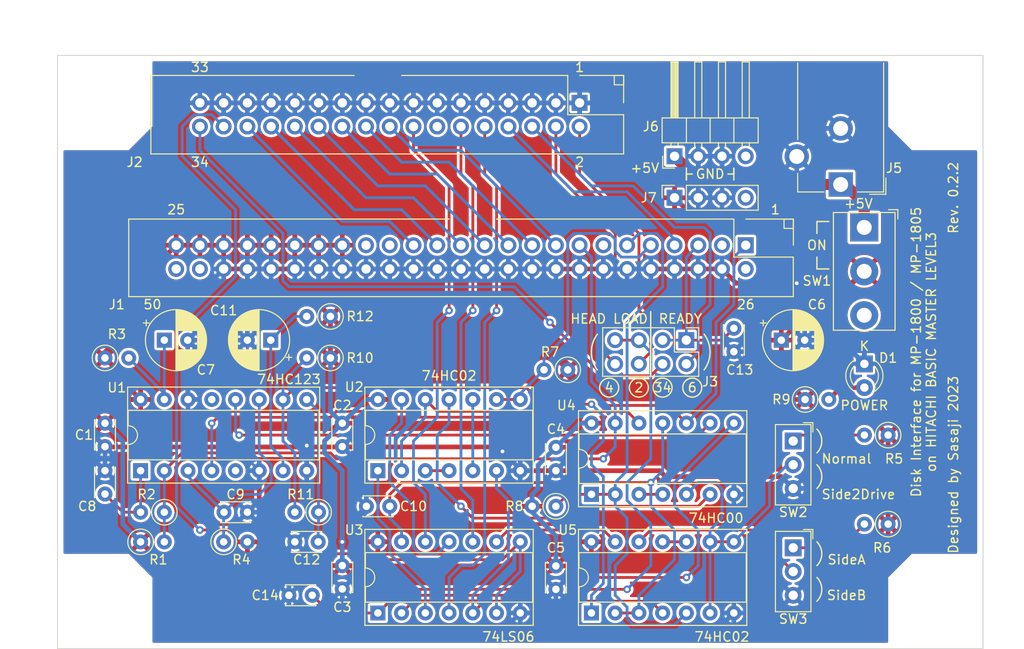
<source format=kicad_pcb>
(kicad_pcb (version 20211014) (generator pcbnew)
  (title_block (title "Disk Interface for MP-1800/1805") (date "2023-02-20") (rev "0.2.2") (company "Designed by Sasaji 2023") (comment 1 "For HITACHI BASIC MASTER LEVEL3"))
  (layers (0 "F.Cu" signal) (31 "B.Cu" signal) (34 "B.Paste" user) (35 "F.Paste" user) (36 "B.SilkS" user "B.Silkscreen") (37 "F.SilkS" user "F.Silkscreen") (38 "B.Mask" user) (39 "F.Mask" user) (44 "Edge.Cuts" user))
  (net 0 "")
  (net 1 "GND")
  (net 2 "+5V")
  (net 6 "/~{HEADLOAD}")
  (net 8 "/~{INDEX}")
  (net 9 "/~{SELECT0}")
  (net 10 "/~{SELECT1}")
  (net 12 "/~{MOTOR}")
  (net 13 "/~{DIRC}")
  (net 14 "/~{STEP}")
  (net 15 "/~{WRITEDATA}")
  (net 16 "/~{WRITEGATE}")
  (net 17 "/~{TRACK00}")
  (net 18 "/~{WRITEPROTECT}")
  (net 19 "/~{READDATA}")
  (net 20 "/~{SIDESELECT}")
  (net 23 "/~{HEADLOAD2}")
  (net 24 "/~{HEADLOAD4}")
  (net 25 "/~{READY6}")
  (net 27 "/~{MOTOR_ON}")
  (net 29 "/~{READY34}")
  (net 31 "/~{HLD_L}")
  (net 32 "/~{S2D}")
  (net 35 "/+5V_IN")
  (net 37 "/~{SELECT0M}")
  (net 38 "/~{SELECT1M}")
  (net 39 "Net-(D1-Pad2)")
  (net 40 "/~{READY}")
  (net 41 "/~{MOTOR_L}")
  (net 42 "/PUR5")
  (net 43 "/PUR6")
  (net 44 "/SELECT0")
  (net 45 "/S2D")
  (net 46 "/~{SIDE1SW}")
  (net 47 "/SELECT0M")
  (net 48 "/SEL1_SIDE")
  (net 49 "/SELECT1M")
  (net 50 "/SIDE1S")
  (net 51 "/SELECT1")
  (net 52 "/RCx1")
  (net 53 "/MOTOR_L")
  (net 54 "/RCx2")
  (net 55 "/HLD_L")
  (net 56 "/~{MOTOROFFP}")
  (net 57 "/~{HLDOFFP}")
  (net 58 "/~{SELECT0S}")
  (net 59 "/~{SELECT1S}")
  (net 60 "PUR4")
  (net 61 "/~{MTRD}")
  (net 62 "/~{HLDD}")
  (footprint "Package_DIP:DIP-14_W7.62mm_Socket" (layer "F.Cu") (at 125.73 74.92 90)
    (fp_text reference "U4")
    (fp_text value "74HC00")
  )
  (footprint "Resistor_THT:R_Axial_DIN0207_L6.3mm_D2.5mm_P2.54mm_Vertical" (layer "F.Cu") (at 77.47 80.01)
    (fp_text reference "R1")
    (fp_text value "1k")
  )
  (footprint "Package_DIP:DIP-16_W7.62mm_Socket" (layer "F.Cu") (at 77.47 72.39 90)
    (fp_text reference "U1")
    (fp_text value "74HC123")
  )
  (footprint "Connector_PinHeader_2.54mm:PinHeader_1x04_P2.54mm_Horizontal" (layer "F.Cu") (at 134.62 38.735 90)
    (fp_text reference "J6")
    (fp_text value "Conn_01x04_Male")
  )
  (footprint "Capacitor_THT:CP_Radial_D6.3mm_P2.50mm" (layer "F.Cu") (at 146.05 58.42)
    (fp_text reference "C6")
    (fp_text value "100u")
  )
  (footprint "MountingHole:MountingHole_3.2mm_M3" (layer "F.Cu") (at 73.66 33.02)
    (fp_text reference "REF**")
    (fp_text value "MountingHole_3.2mm_M3")
  )
  (footprint "Resistor_THT:R_Axial_DIN0207_L6.3mm_D2.5mm_P2.54mm_Vertical" (layer "F.Cu") (at 157.48 68.58 180)
    (fp_text reference "R5")
    (fp_text value "4.7k")
  )
  (footprint "Package_DIP:DIP-14_W7.62mm_Socket" (layer "F.Cu") (at 102.865 87.62 90)
    (fp_text reference "U3")
    (fp_text value "74LS06")
  )
  (footprint "Resistor_THT:R_Axial_DIN0207_L6.3mm_D2.5mm_P2.54mm_Vertical" (layer "F.Cu") (at 157.48 78.105 180)
    (fp_text reference "R6")
    (fp_text value "4.7k")
  )
  (footprint "MySwitch:SW_Switch_SS12D10_SPDT" (layer "F.Cu") (at 154.9225 46.355 -90)
    (fp_text reference "SW1")
    (fp_text value "SW_SPDT")
  )
  (footprint "Capacitor_THT:C_Disc_D3.0mm_W2.0mm_P2.50mm" (layer "F.Cu") (at 140.97 59.65 90)
    (fp_text reference "C13")
    (fp_text value "0.01u")
  )
  (footprint "Resistor_THT:R_Axial_DIN0207_L6.3mm_D2.5mm_P2.54mm_Vertical" (layer "F.Cu") (at 80.01 76.835 180)
    (fp_text reference "R2")
    (fp_text value "10k")
  )
  (footprint "Capacitor_THT:C_Disc_D3.0mm_W2.0mm_P2.50mm" (layer "F.Cu") (at 73.66 69.81 90)
    (fp_text reference "C1")
    (fp_text value "0.1u")
  )
  (footprint "Capacitor_THT:C_Disc_D3.0mm_W2.0mm_P2.50mm" (layer "F.Cu") (at 121.92 85.09 90)
    (fp_text reference "C5")
    (fp_text value "0.1u")
  )
  (footprint "Capacitor_THT:CP_Radial_D6.3mm_P2.50mm" (layer "F.Cu") (at 80.01 58.42)
    (fp_text reference "C7")
    (fp_text value "10u")
  )
  (footprint "MySwitch:SW_Switch_SS12D00_SPDT" (layer "F.Cu") (at 147.32 83.185 -90)
    (fp_text reference "SW3")
    (fp_text value "SW_SPDT")
  )
  (footprint "Capacitor_THT:C_Disc_D3.0mm_W2.0mm_P2.50mm" (layer "F.Cu") (at 93.98 80.01)
    (fp_text reference "C12")
    (fp_text value "330p")
  )
  (footprint "Capacitor_THT:C_Disc_D3.0mm_W2.0mm_P2.50mm" (layer "F.Cu") (at 99.06 85.05 90)
    (fp_text reference "C3")
    (fp_text value "0.1u")
  )
  (footprint "Connector_PinHeader_2.54mm:PinHeader_2x04_P2.54mm_Vertical" (layer "F.Cu") (at 135.88 58.42 -90)
    (fp_text reference "J3")
    (fp_text value "Conn_02x04_Odd_Even")
  )
  (footprint "MySwitch:SW_Switch_SS12D00_SPDT" (layer "F.Cu") (at 147.32 71.755 -90)
    (fp_text reference "SW2")
    (fp_text value "SW_SPDT")
  )
  (footprint "Capacitor_THT:C_Disc_D3.0mm_W2.0mm_P2.50mm" (layer "F.Cu") (at 99.06 69.81 90)
    (fp_text reference "C2")
    (fp_text value "0.1u")
  )
  (footprint "Capacitor_THT:C_Disc_D3.0mm_W2.0mm_P2.50mm" (layer "F.Cu") (at 101.64 76.2)
    (fp_text reference "C10")
    (fp_text value "1000p")
  )
  (footprint "MountingHole:MountingHole_3.2mm_M3" (layer "F.Cu") (at 73.66 86.36)
    (fp_text reference "REF**")
    (fp_text value "MountingHole_3.2mm_M3")
  )
  (footprint "Capacitor_THT:C_Disc_D3.0mm_W2.0mm_P2.50mm" (layer "F.Cu") (at 73.66 72.39 -90)
    (fp_text reference "C8")
    (fp_text value "330p")
  )
  (footprint "Resistor_THT:R_Axial_DIN0207_L6.3mm_D2.5mm_P2.54mm_Vertical" (layer "F.Cu") (at 73.66 60.325)
    (fp_text reference "R3")
    (fp_text value "330k")
  )
  (footprint "MountingHole:MountingHole_3.2mm_M3" (layer "F.Cu") (at 162.56 86.36)
    (fp_text reference "REF**")
    (fp_text value "MountingHole_3.2mm_M3")
  )
  (footprint "Resistor_THT:R_Axial_DIN0207_L6.3mm_D2.5mm_P2.54mm_Vertical" (layer "F.Cu") (at 97.79 60.325 180)
    (fp_text reference "R10")
    (fp_text value "1k")
  )
  (footprint "Connector_PinSocket_2.54mm:PinSocket_1x04_P2.54mm_Vertical" (layer "F.Cu") (at 134.62 43.18 90)
    (fp_text reference "J7")
    (fp_text value "Conn_01x04_Female")
  )
  (footprint "Resistor_THT:R_Axial_DIN0207_L6.3mm_D2.5mm_P2.54mm_Vertical" (layer "F.Cu") (at 148.59 64.77)
    (fp_text reference "R9")
    (fp_text value "1k")
  )
  (footprint "Resistor_THT:R_Axial_DIN0207_L6.3mm_D2.5mm_P2.54mm_Vertical" (layer "F.Cu") (at 86.36 80.01)
    (fp_text reference "R4")
    (fp_text value "10k")
  )
  (footprint "Resistor_THT:R_Axial_DIN0207_L6.3mm_D2.5mm_P2.54mm_Vertical" (layer "F.Cu") (at 123.19 61.595 180)
    (fp_text reference "R7")
    (fp_text value "1k")
  )
  (footprint "MyPinHeader:YA_PinHeader_2x25_P2.54mm_Vertical" (layer "F.Cu") (at 142.24 48.26 -90)
    (fp_text reference "J1")
    (fp_text value "Conn_02x25_Top_Bottom")
  )
  (footprint "MyJack:YA_BarrelJack_CUI_PJ-102AH_Horizontal" (layer "F.Cu") (at 152.4 41.76 180)
    (fp_text reference "J5")
    (fp_text value "Barrel_Jack_Switch")
  )
  (footprint "Package_DIP:DIP-14_W7.62mm_Socket" (layer "F.Cu") (at 125.725 87.62 90)
    (fp_text reference "U5")
    (fp_text value "74HC02")
  )
  (footprint "Resistor_THT:R_Axial_DIN0207_L6.3mm_D2.5mm_P2.54mm_Vertical" (layer "F.Cu") (at 96.52 76.835 180)
    (fp_text reference "R11")
    (fp_text value "10k")
  )
  (footprint "LED_THT:LED_D3.0mm" (layer "F.Cu") (at 154.94 60.96 -90)
    (fp_text reference "D1")
    (fp_text value "LED")
  )
  (footprint "Resistor_THT:R_Axial_DIN0207_L6.3mm_D2.5mm_P2.54mm_Vertical" (layer "F.Cu") (at 121.92 76.2 180)
    (fp_text reference "R8")
    (fp_text value "1k")
  )
  (footprint "Capacitor_THT:C_Disc_D3.0mm_W2.0mm_P2.50mm" (layer "F.Cu") (at 93.345 85.725)
    (fp_text reference "C14")
    (fp_text value "1000p")
  )
  (footprint "Package_DIP:DIP-14_W7.62mm_Socket" (layer "F.Cu") (at 102.865 72.39 90)
    (fp_text reference "U2")
    (fp_text value "74HC02")
  )
  (footprint "Capacitor_THT:C_Disc_D3.0mm_W2.0mm_P2.50mm" (layer "F.Cu") (at 88.9 76.835 180)
    (fp_text reference "C9")
    (fp_text value "1000p")
  )
  (footprint "Capacitor_THT:CP_Radial_D6.3mm_P2.50mm" (layer "F.Cu") (at 91.4 58.42 180)
    (fp_text reference "C11")
    (fp_text value "10u")
  )
  (footprint "MountingHole:MountingHole_3.2mm_M3" (layer "F.Cu") (at 162.56 33.02)
    (fp_text reference "REF**")
    (fp_text value "MountingHole_3.2mm_M3")
  )
  (footprint "Resistor_THT:R_Axial_DIN0207_L6.3mm_D2.5mm_P2.54mm_Vertical" (layer "F.Cu") (at 97.79 55.88 180)
    (fp_text reference "R12")
    (fp_text value "240k")
  )
  (footprint "MyPinHeader:YA_PinHeader_2x17_P2.54mm_Vertical" (layer "F.Cu") (at 124.46 33.02 -90)
    (fp_text reference "J2")
    (fp_text value "Conn_02x17_Odd_Even")
  )
  (footprint "Capacitor_THT:C_Disc_D3.0mm_W2.0mm_P2.50mm" (layer "F.Cu") (at 121.92 72.39 90)
    (fp_text reference "C4")
    (fp_text value "0.1u")
  )
  (gr_arc (start 149.86 67.945) (mid 150.380536 69.215) (end 149.86 70.485) (layer "F.SilkS") (width 0.15))
  (gr_line (start 140.97 40.64) (end 140.97 40.005) (layer "F.SilkS") (width 0.15))
  (gr_line (start 140.335 40.64) (end 140.97 40.64) (layer "F.SilkS") (width 0.15))
  (gr_circle (center 133.34 63.499996) (end 133.34 62.483996) (layer "F.SilkS") (width 0.15) (fill none))
  (gr_circle (center 136.515 63.499996) (end 136.515 62.483996) (layer "F.SilkS") (width 0.15) (fill none))
  (gr_arc (start 126.355 61.595) (mid 125.72 59.69) (end 126.355 57.785) (layer "F.SilkS") (width 0.15))
  (gr_line (start 149.86 45.72) (end 151.13 45.72) (layer "F.SilkS") (width 0.15))
  (gr_line (start 136.525 40.64) (end 135.89 40.64) (layer "F.SilkS") (width 0.15))
  (gr_line (start 135.89 41.275) (end 135.89 40.64) (layer "F.SilkS") (width 0.15))
  (gr_line (start 132.07 62.29) (end 132.07 55.372) (layer "F.SilkS") (width 0.15))
  (gr_arc (start 149.86 71.755) (mid 150.380536 73.025) (end 149.86 74.295) (layer "F.SilkS") (width 0.15))
  (gr_circle (center 127.625 63.5) (end 127.6504 62.484) (layer "F.SilkS") (width 0.15) (fill none))
  (gr_arc (start 149.86 83.82) (mid 150.380536 85.09) (end 149.86 86.36) (layer "F.SilkS") (width 0.15))
  (gr_line (start 149.86 50.8) (end 151.13 50.8) (layer "F.SilkS") (width 0.15))
  (gr_circle (center 130.8 63.499996) (end 130.8508 62.483996) (layer "F.SilkS") (width 0.15) (fill none))
  (gr_line (start 149.86 46.99) (end 149.86 45.72) (layer "F.SilkS") (width 0.15))
  (gr_line (start 149.86 49.53) (end 149.86 50.8) (layer "F.SilkS") (width 0.15))
  (gr_line (start 140.97 40.005) (end 140.97 41.275) (layer "F.SilkS") (width 0.15))
  (gr_arc (start 137.785 57.785) (mid 138.42 59.69) (end 137.785 61.595) (layer "F.SilkS") (width 0.15))
  (gr_arc (start 149.86 80.01) (mid 150.380536 81.28) (end 149.86 82.55) (layer "F.SilkS") (width 0.15))
  (gr_line (start 135.89 40.005) (end 135.89 41.275) (layer "F.SilkS") (width 0.15))
  (gr_line (start 68.58 27.94) (end 68.58 91.44) (layer "Edge.Cuts") (width 0.1))
  (gr_line (start 167.64 27.94) (end 68.58 27.94) (layer "Edge.Cuts") (width 0.1))
  (gr_line (start 68.58 91.44) (end 167.64 91.44) (layer "Edge.Cuts") (width 0.1))
  (gr_line (start 167.64 91.44) (end 167.64 27.94) (layer "Edge.Cuts") (width 0.1))
  (gr_text "Rev. 0.2.2" (at 164.465 43.18 90) (layer "F.SilkS") (effects (font (size 1 1))))
  (gr_text "Disk Interface for MP-1800 / MP-1805\non HITACHI BASIC MASTER LEVEL3" (at 161.29 59.69 90) (layer "F.SilkS") (effects (font (size 1 1))))
  (gr_text "Designed by Sasaji 2023" (at 164.465 71.755 90) (layer "F.SilkS") (effects (font (size 1 1))))
  (segment (start 132.08 50.8) (end 134.62 50.8) (width 0.5) (layer "F.Cu") (net 1))
  (segment (start 95.1005 69.85) (end 73.7 69.85) (width 0.5) (layer "F.Cu") (net 1))
  (segment (start 133.026825 72.39) (end 121.92 72.39) (width 0.5) (layer "F.Cu") (net 1))
  (segment (start 134.62 50.8) (end 137.16 50.8) (width 0.5) (layer "F.Cu") (net 1))
  (segment (start 115.7245 69.85) (end 99.1 69.85) (width 0.5) (layer "F.Cu") (net 1))
  (segment (start 124.46 50.8) (end 127 50.8) (width 0.5) (layer "F.Cu") (net 1))
  (segment (start 137.16 50.8) (end 139.7 50.8) (width 0.5) (layer "F.Cu") (net 1))
  (segment (start 95.25 69.7005) (end 95.3995 69.85) (width 0.5) (layer "F.Cu") (net 1))
  (segment (start 141.225 52.325) (end 139.7 50.8) (width 0.5) (layer "F.Cu") (net 1))
  (segment (start 140.97 73.025) (end 133.661825 73.025) (width 0.5) (layer "F.Cu") (net 1))
  (segment (start 95.25 69.7005) (end 95.1005 69.85) (width 0.5) (layer "F.Cu") (net 1))
  (segment (start 90.17 75.565) (end 90.17 72.39) (width 0.5) (layer "F.Cu") (net 1))
  (segment (start 146.05 73.025) (end 140.97 73.025) (width 0.5) (layer "F.Cu") (net 1))
  (segment (start 147.7 52.325) (end 141.225 52.325) (width 0.5) (layer "F.Cu") (net 1))
  (segment (start 99.1 69.85) (end 99.06 69.81) (width 0.5) (layer "F.Cu") (net 1))
  (segment (start 95.3995 69.85) (end 99.02 69.85) (width 0.5) (layer "F.Cu") (net 1))
  (segment (start 118.105 72.39) (end 121.92 72.39) (width 0.5) (layer "F.Cu") (net 1))
  (segment (start 83.82 33.02) (end 124.46 33.02) (width 0.5) (layer "F.Cu") (net 1))
  (segment (start 116.205 70.3305) (end 115.7245 69.85) (width 0.5) (layer "F.Cu") (net 1))
  (segment (start 140.97 73.025) (end 140.97 74.92) (width 0.5) (layer "F.Cu") (net 1))
  (segment (start 147.32 74.295) (end 146.05 73.025) (width 0.5) (layer "F.Cu") (net 1))
  (segment (start 88.9 76.835) (end 90.17 75.565) (width 0.5) (layer "F.Cu") (net 1))
  (segment (start 133.661825 73.025) (end 133.026825 72.39) (width 0.5) (layer "F.Cu") (net 1))
  (segment (start 86.36 50.8) (end 109.22 50.8) (width 0.5) (layer "F.Cu") (net 1))
  (segment (start 99.02 69.85) (end 99.06 69.81) (width 0.5) (layer "F.Cu") (net 1))
  (segment (start 73.7 69.85) (end 73.66 69.81) (width 0.5) (layer "F.Cu") (net 1))
  (segment (start 116.84 50.8) (end 124.46 50.8) (width 0.5) (layer "F.Cu") (net 1))
  (via (at 147.7 52.325) (size 0.8) (drill 0.4) (layers "F.Cu" "B.Cu") (net 1))
  (via (at 95.25 69.7005) (size 0.8) (drill 0.4) (layers "F.Cu" "B.Cu") (net 1))
  (via (at 116.205 70.3305) (size 0.8) (drill 0.4) (layers "F.Cu" "B.Cu") (net 1))
  (segment (start 146.685 60.285) (end 148.55 58.42) (width 0.5) (layer "B.Cu") (net 1))
  (segment (start 148.55 58.42) (end 148.55 54.57) (width 0.5) (layer "B.Cu") (net 1))
  (segment (start 79.375 51.435) (end 80.645 52.705) (width 0.5) (layer "B.Cu") (net 1))
  (segment (start 100.965 83.185) (end 100.925 83.185) (width 0.5) (layer "B.Cu") (net 1))
  (segment (start 139.7 40.64) (end 145.82 40.64) (width 0.5) (layer "B.Cu") (net 1))
  (segment (start 139.065 89.535) (end 139.065 89.52) (width 0.5) (layer "B.Cu") (net 1))
  (segment (start 82.55 64.77) (end 82.51 64.73) (width 0.5) (layer "B.Cu") (net 1))
  (segment (start 100.965 71.715) (end 100.965 74.295) (width 0.5) (layer "B.Cu") (net 1))
  (segment (start 153.035 80.01) (end 147.32 85.725) (width 0.5) (layer "B.Cu") (net 1))
  (segment (start 88.9 58.46) (end 88.86 58.46) (width 0.5) (layer "B.Cu") (net 1))
  (segment (start 79.375 34.29) (end 79.375 51.435) (width 0.5) (layer "B.Cu") (net 1))
  (segment (start 129.54 50.8) (end 127 50.8) (width 0.5) (layer "B.Cu") (net 1))
  (segment (start 101.64 76.2) (end 101.64 76.795) (width 0.5) (layer "B.Cu") (net 1))
  (segment (start 148.55 54.57) (end 147.7 53.72) (width 0.5) (layer "B.Cu") (net 1))
  (segment (start 119.37 87.62) (end 118.105 87.62) (width 0.5) (layer "B.Cu") (net 1))
  (segment (start 147.32 74.295) (end 150.495 74.295) (width 0.5) (layer "B.Cu") (net 1))
  (segment (start 73.66 69.81) (end 73.66 72.39) (width 0.5) (layer "B.Cu") (net 1))
  (segment (start 99.06 69.81) (end 100.965 71.715) (width 0.5) (layer "B.Cu") (net 1))
  (segment (start 123.825 74.295) (end 121.92 72.39) (width 0.5) (layer "B.Cu") (net 1))
  (segment (start 80.645 52.705) (end 84.455 52.705) (width 0.5) (layer "B.Cu") (net 1))
  (segment (start 82.51 64.73) (end 82.51 58.42) (width 0.5) (layer "B.Cu") (net 1))
  (segment (start 152.7175 58.7375) (end 154.94 60.96) (width 0.5) (layer "B.Cu") (net 1))
  (segment (start 99.06 89.535) (end 99.06 85.05) (width 0.5) (layer "B.Cu") (net 1))
  (segment (start 80.645 33.02) (end 79.375 34.29) (width 0.5) (layer "B.Cu") (net 1))
  (segment (start 88.82 58.42) (end 88.86 58.46) (width 0.5) (layer "B.Cu") (net 1))
  (segment (start 121.92 85.09) (end 121.92 86.36) (width 0.5) (layer "B.Cu") (net 1))
  (segment (start 124.46 33.02) (end 137.16 33.02) (width 0.5) (layer "B.Cu") (net 1))
  (segment (start 146.685 60.325) (end 146.685 60.285) (width 0.5) (layer "B.Cu") (net 1))
  (segment (start 93.345 85.725) (end 93.345 89.535) (width 0.5) (layer "B.Cu") (net 1))
  (segment (start 88.9 58.42) (end 88.9 71.12) (width 0.3) (layer "B.Cu") (net 1))
  (segment (start 101.64 74.97) (end 100.965 74.295) (width 0.5) (layer "B.Cu") (net 1))
  (segment (start 137.16 38.735) (end 139.7 38.735) (width 0.5) (layer "B.Cu") (net 1))
  (segment (start 147.7 38.76) (end 150.7 35.76) (width 0.5) (layer "B.Cu") (net 1))
  (segment (start 128.91 89.54) (end 139.045 89.54) (width 0.5) (layer "B.Cu") (net 1))
  (segment (start 153.035 61.595) (end 153.67 60.96) (width 0.5) (layer "B.Cu") (net 1))
  (segment (start 150.7 35.76) (end 152.4 35.76) (width 0.5) (layer "B.Cu") (net 1))
  (segment (start 90.805 76.835) (end 93.98 80.01) (width 0.5) (layer "B.Cu") (net 1))
  (segment (start 95.25 69.7005) (end 95.25 72.39) (width 0.5) (layer "B.Cu") (net 1))
  (segment (start 137.16 38.735) (end 137.16 43.18) (width 0.5) (layer "B.Cu") (net 1))
  (segment (start 93.345 89.535) (end 99.06 89.535) (width 0.5) (layer "B.Cu") (net 1))
  (segment (start 153.67 60.96) (end 154.94 60.96) (width 0.5) (layer "B.Cu") (net 1))
  (segment (start 109.22 50.8) (end 116.84 50.8) (width 0.5) (layer "B.Cu") (net 1))
  (segment (start 152.7175 58.7375) (end 152.4 58.42) (width 0.5) (layer "B.Cu") (net 1))
  (segment (start 100.925 83.185) (end 99.06 85.05) (width 0.5) (layer "B.Cu") (net 1))
  (segment (start 121.92 86.36) (end 125.095 89.535) (width 0.5) (layer "B.Cu") (net 1))
  (segment (start 140.97 59.65) (end 144.105 59.65) (width 0.5) (layer "B.Cu") (net 1))
  (segment (start 116.19 89.535) (end 99.06 89.535) (width 0.5) (layer "B.Cu") (net 1))
  (segment (start 147.32 85.725) (end 145.425 87.62) (width 0.5) (layer "B.Cu") (net 1))
  (segment (start 121.92 85.09) (end 123.825 83.185) (width 0.5) (layer "B.Cu") (net 1))
  (segment (start 93.345 80.645) (end 93.98 80.01) (width 0.5) (layer "B.Cu") (net 1))
  (segment (start 101.64 76.795) (end 100.965 77.47) (width 0.5) (layer "B.Cu") (net 1))
  (segment (start 118.105 72.2305) (end 118.105 72.39) (width 0.5) (layer "B.Cu") (net 1))
  (segment (start 88.9 50.8) (end 88.9 58.46) (width 0.5) (layer "B.Cu") (net 1))
  (segment (start 83.82 33.02) (end 80.645 33.02) (width 0.5) (layer "B.Cu") (net 1))
  (segment (start 145.425 87.62) (end 140.965 87.62) (width 0.5) (layer "B.Cu") (net 1))
  (segment (start 93.345 85.725) (end 93.345 80.645) (width 0.5) (layer "B.Cu") (net 1))
  (segment (start 147.7 53.72) (end 147.7 52.325) (width 0.5) (layer "B.Cu") (net 1))
  (segment (start 101.64 76.2) (end 101.64 74.97) (width 0.5) (layer "B.Cu") (net 1))
  (segment (start 144.78 60.325) (end 146.685 60.325) (width 0.5) (layer "B.Cu") (net 1))
  (segment (start 137.16 33.02) (end 137.16 38.735) (width 0.5) (layer "B.Cu") (net 1))
  (segment (start 147.7 38.76) (end 147.7 52.325) (width 0.5) (layer "B.Cu") (net 1))
  (segment (start 88.82 58.42) (end 88.9 58.42) (width 0.5) (layer "B.Cu") (net 1))
  (segment (start 125.095 89.535) (end 128.905 89.535) (width 0.5) (layer "B.Cu") (net 1))
  (segment (start 145.82 40.64) (end 147.7 38.76) (width 0.5) (layer "B.Cu") (net 1))
  (segment (start 139.7 38.735) (end 139.7 40.64) (width 0.5) (layer "B.Cu") (net 1))
  (segment (start 82.51 58.42) (end 88.9 58.42) (width 0.5) (layer "B.Cu") (net 1))
  (segment (start 88.9 76.835) (end 90.805 76.835) (width 0.5) (layer "B.Cu") (net 1))
  (segment (start 139.045 89.54) (end 139.065 89.52) (width 0.5) (layer "B.Cu") (net 1))
  (segment (start 119.38 87.63) (end 119.37 87.62) (width 0.5) (layer "B.Cu") (net 1))
  (segment (start 116.205 70.3305) (end 118.105 72.2305) (width 0.5) (layer "B.Cu") (net 1))
  (segment (start 118.105 87.62) (end 116.19 89.535) (width 0.5) (layer "B.Cu") (net 1))
  (segment (start 88.9 71.12) (end 90.17 72.39) (width 0.3) (layer "B.Cu") (net 1))
  (segment (start 139.7 43.18) (end 137.16 43.18) (width 0.5) (layer "B.Cu") (net 1))
  (segment (start 139.065 89.52) (end 140.965 87.62) (width 0.5) (layer "B.Cu") (net 1))
  (segment (start 128.905 89.535) (end 128.91 89.54) (width 0.5) (layer "B.Cu") (net 1))
  (segment (start 84.455 52.705) (end 86.36 50.8) (width 0.5) (layer "B.Cu") (net 1))
  (segment (start 121.92 85.09) (end 119.38 87.63) (width 0.5) (layer "B.Cu") (net 1))
  (segment (start 100.965 77.47) (end 100.965 83.185) (width 0.5) (layer "B.Cu") (net 1))
  (segment (start 150.495 74.295) (end 153.035 71.755) (width 0.5) (layer "B.Cu") (net 1))
  (segment (start 153.035 71.755) (end 153.035 61.595) (width 0.5) (layer "B.Cu") (net 1))
  (segment (start 152.4 58.42) (end 148.55 58.42) (width 0.5) (layer "B.Cu") (net 1))
  (segment (start 144.105 59.65) (end 144.78 60.325) (width 0.5) (layer "B.Cu") (net 1))
  (segment (start 153.035 71.755) (end 153.035 80.01) (width 0.5) (layer "B.Cu") (net 1))
  (segment (start 129.54 50.8) (end 132.08 50.8) (width 0.5) (layer "B.Cu") (net 1))
  (segment (start 123.825 83.185) (end 123.825 74.295) (width 0.5) (layer "B.Cu") (net 1))
  (segment (start 124.47 80) (end 125.725 80) (width 0.5) (layer "F.Cu") (net 2))
  (segment (start 73.66 59.69) (end 77.47 55.88) (width 0.5) (layer "F.Cu") (net 2))
  (segment (start 121.92 82.59) (end 99.1 82.59) (width 0.5) (layer "F.Cu") (net 2))
  (segment (start 98.679 67.31) (end 98.171 67.818) (width 0.5) (layer "F.Cu") (net 2))
  (segment (start 149.34375 56.515) (end 147.955 56.515) (width 0.5) (layer "F.Cu") (net 2))
  (segment (start 123.19 62.23) (end 123.19 61.595) (width 0.5) (layer "F.Cu") (net 2))
  (segment (start 99.695 62.865) (end 102.87 59.69) (width 0.5) (layer "F.Cu") (net 2))
  (segment (start 99.07 80) (end 99.06 80.01) (width 0.5) (layer "F.Cu") (net 2))
  (segment (start 97.79 55.88) (end 95.885 53.975) (width 0.5) (layer "F.Cu") (net 2))
  (segment (start 123.19 61.595) (end 123.19 60.96) (width 0.5) (layer "F.Cu") (net 2))
  (segment (start 77.47 55.88) (end 77.47 53.975) (width 0.5) (layer "F.Cu") (net 2))
  (segment (start 152.4 67.31) (end 153.67 66.04) (width 0.5) (layer "F.Cu") (net 2))
  (segment (start 148.59 64.77) (end 151.13 67.31) (width 0.5) (layer "F.Cu") (net 2))
  (segment (start 149.86 87.63) (end 157.48 80.01) (width 0.5) (layer "F.Cu") (net 2))
  (segment (start 147.955 56.515) (end 146.05 58.42) (width 0.5) (layer "F.Cu") (net 2))
  (segment (start 99.06 82.55) (end 80.01 82.55) (width 0.5) (layer "F.Cu") (net 2))
  (segment (start 99.06 48.26) (end 81.28 48.26) (width 0.5) (layer "F.Cu") (net 2))
  (segment (start 77.47 52.07) (end 81.28 48.26) (width 0.5) (layer "F.Cu") (net 2))
  (segment (start 103.505 59.055) (end 102.87 59.69) (width 0.5) (layer "F.Cu") (net 2))
  (segment (start 125.72 67.31) (end 125.73 67.3) (width 0.5) (layer "F.Cu") (net 2))
  (segment (start 119.38 76.2) (end 117.475 76.2) (width 0.5) (layer "F.Cu") (net 2))
  (segment (start 140.93 82.59) (end 145.335 86.995) (width 0.5) (layer "F.Cu") (net 2))
  (segment (start 153.67 66.04) (end 154.94 66.04) (width 0.5) (layer "F.Cu") (net 2))
  (segment (start 142.875 62.865) (end 133.620097 62.865) (width 0.5) (layer "F.Cu") (net 2))
  (segment (start 86.36 68.58) (end 87.63 67.31) (width 0.5) (layer "F.Cu") (net 2))
  (segment (start 99.06 78.105) (end 99.06 80.01) (width 0.5) (layer "F.Cu") (net 2))
  (segment (start 73.66 60.325) (end 73.66 59.69) (width 0.5) (layer "F.Cu") (net 2))
  (segment (start 74.93 68.58) (end 86.36 68.58) (width 0.5) (layer "F.Cu") (net 2))
  (segment (start 76.2 62.865) (end 99.695 62.865) (width 0.5) (layer "F.Cu") (net 2))
  (segment (start 95.885 53.975) (end 77.47 53.975) (width 0.5) (layer "F.Cu") (net 2))
  (segment (start 116.205 74.93) (end 109.22 74.93) (width 0.5) (layer "F.Cu") (net 2))
  (segment (start 73.66 67.31) (end 74.93 68.58) (width 0.5) (layer "F.Cu") (net 2))
  (segment (start 106.045 78.105) (end 99.06 78.105) (width 0.5) (layer "F.Cu") (net 2))
  (segment (start 146.05 62.23) (end 146.05 58.42) (width 0.5) (layer "F.Cu") (net 2))
  (segment (start 117.475 76.2) (end 116.205 74.93) (width 0.5) (layer "F.Cu") (net 2))
  (segment (start 121.285 59.055) (end 103.505 59.055) (width 0.5) (layer "F.Cu") (net 2))
  (segment (start 98.171 67.818) (end 88.9 67.818) (width 0.5) (layer "F.Cu") (net 2))
  (segment (start 154.94 66.04) (end 157.48 68.58) (width 0.5) (layer "F.Cu") (net 2))
  (segment (start 144.74 69.89) (end 144.78 69.85) (width 0.5) (layer "F.Cu") (net 2))
  (segment (start 88.9 67.818) (end 88.392 67.31) (width 0.5) (layer "F.Cu") (net 2))
  (segment (start 103.505 59.055) (end 99.06 59.055) (width 0.5) (layer "F.Cu") (net 2))
  (segment (start 102.865 80) (end 99.07 80) (width 0.5) (layer "F.Cu") (net 2))
  (segment (start 99.06 82.55) (end 100.315 82.55) (width 0.5) (layer "F.Cu") (net 2))
  (segment (start 73.66 60.325) (end 76.2 62.865) (width 0.5) (layer "F.Cu") (net 2))
  (segment (start 99.06 67.31) (end 125.72 67.31) (width 0.5) (layer "F.Cu") (net 2))
  (segment (start 145.415 86.995) (end 146.05 87.63) (width 0.5) (layer "F.Cu") (net 2))
  (segment (start 146.05 87.63) (end 149.86 87.63) (width 0.5) (layer "F.Cu") (net 2))
  (segment (start 144.78 64.77) (end 142.875 62.865) (width 0.5) (layer "F.Cu") (net 2))
  (segment (start 151.13 67.31) (end 152.4 67.31) (width 0.5) (layer "F.Cu") (net 2))
  (segment (start 123.19 60.96) (end 121.285 59.055) (width 0.5) (layer "F.Cu") (net 2))
  (segment (start 150.93125 54.9275) (end 149.34375 56.515) (width 0.5) (layer "F.Cu") (net 2))
  (segment (start 77.47 53.975) (end 77.47 52.07) (width 0.5) (layer "F.Cu") (net 2))
  (segment (start 121.92 82.59) (end 124.46 80.05) (width 0.5) (layer "F.Cu") (net 2))
  (segment (start 157.48 78.105) (end 157.48 68.58) (width 0.5) (layer "F.Cu") (net 2))
  (segment (start 121.92 82.59) (end 140.93 82.59) (width 0.5) (layer "F.Cu") (net 2))
  (segment (start 99.06 59.055) (end 97.79 60.325) (width 0.5) (layer "F.Cu") (net 2))
  (segment (start 144.78 64.77) (end 148.59 64.77) (width 0.5) (layer "F.Cu") (net 2))
  (segment (start 80.01 82.55) (end 77.47 80.01) (width 0.5) (layer "F.Cu") (net 2))
  (segment (start 99.06 67.31) (end 98.679 67.31) (width 0.5) (layer "F.Cu") (net 2))
  (segment (start 133.615097 62.87) (end 123.83 62.87) (width 0.5) (layer "F.Cu") (net 2))
  (segment (start 73.66 67.31) (end 76.2 64.77) (width 0.5) (layer "F.Cu") (net 2))
  (segment (start 124.46 80.01) (end 124.47 80) (width 0.5) (layer "F.Cu") (net 2))
  (segment locked (start 154.80375 51.055) (end 150.93125 54.9275) (width 0.5) (layer "F.Cu") (net 2))
  (segment (start 97.79 60.325) (end 97.79 55.88) (width 0.5) (layer "F.Cu") (net 2))
  (segment (start 76.2 64.77) (end 77.47 64.77) (width 0.5) (layer "F.Cu") (net 2))
  (segment (start 76.2 63.5) (end 76.2 62.865) (width 0.5) (layer "F.Cu") (net 2))
  (segment (start 77.47 64.77) (end 76.2 63.5) (width 0.5) (layer "F.Cu") (net 2))
  (segment (start 124.46 80.05) (end 124.46 80.01) (width 0.5) (layer "F.Cu") (net 2))
  (segment (start 99.1 82.59) (end 99.06 82.55) (width 0.5) (layer "F.Cu") (net 2))
  (segment (start 88.9 82.55) (end 88.9 80.01) (width 0.5) (layer "F.Cu") (net 2))
  (segment (start 121.92 69.89) (end 144.74 69.89) (width 0.5) (layer "F.Cu") (net 2))
  (segment locked (start 154.9225 51.055) (end 149.5875 45.72) (width 0.5) (layer "F.Cu") (net 2))
  (segment (start 148.59 64.77) (end 146.05 62.23) (width 0.5) (layer "F.Cu") (net 2))
  (segment (start 123.83 62.87) (end 123.19 62.23) (width 0.5) (layer "F.Cu") (net 2))
  (segment (start 157.48 80.01) (end 157.48 78.105) (width 0.5) (layer "F.Cu") (net 2))
  (segment (start 145.335 86.995) (end 145.415 86.995) (width 0.5) (layer "F.Cu") (net 2))
  (segment (start 144.78 69.85) (end 144.78 64.77) (width 0.5) (layer "F.Cu") (net 2))
  (segment (start 87.63 67.31) (end 88.392 67.31) (width 0.5) (layer "F.Cu") (net 2))
  (segment locked (start 149.5875 45.72) (end 137.16 45.72) (width 0.5) (layer "F.Cu") (net 2))
  (segment (start 109.22 74.93) (end 106.045 78.105) (width 0.5) (layer "F.Cu") (net 2))
  (segment locked (start 137.16 45.72) (end 134.62 43.18) (width 0.5) (layer "F.Cu") (net 2))
  (segment (start 133.620097 62.865) (end 133.615097 62.87) (width 0.5) (layer "F.Cu") (net 2))
  (via (at 99.06 80.01) (size 0.8) (drill 0.4) (layers "F.Cu" "B.Cu") (net 2))
  (segment (start 75.565 69.215) (end 73.66 67.31) (width 0.5) (layer "B.Cu") (net 2))
  (segment (start 124.46 67.35) (end 124.46 67.31) (width 0.5) (layer "B.Cu") (net 2))
  (segment (start 121.92 69.89) (end 124.46 67.35) (width 0.5) (layer "B.Cu") (net 2))
  (segment (start 124.47 67.3) (end 125.73 67.3) (width 0.5) (layer "B.Cu") (net 2))
  (segment (start 97.79 60.325) (end 97.79 66.04) (width 0.5) (layer "B.Cu") (net 2))
  (segment (start 75.565 78.105) (end 75.565 69.215) (width 0.5) (layer "B.Cu") (net 2))
  (segment (start 99.06 72.39) (end 97.155 70.485) (width 0.5) (layer "B.Cu") (net 2))
  (segment (start 99.06 76.2) (end 99.06 80.01) (width 0.5) (layer "B.Cu") (net 2))
  (segment (start 99.06 80.01) (end 99.06 82.55) (width 0.5) (layer "B.Cu") (net 2))
  (segment (start 97.155 70.485) (end 97.155 69.215) (width 0.5) (layer "B.Cu") (net 2))
  (segment (start 101.6 64.77) (end 102.865 64.77) (width 0.5) (layer "B.Cu") (net 2))
  (segment (start 99.06 76.2) (end 99.06 72.39) (width 0.5) (layer "B.Cu") (net 2))
  (segment (start 77.47 80.01) (end 75.565 78.105) (width 0.5) (layer "B.Cu") (net 2))
  (segment (start 120.015 74.295) (end 119.38 74.93) (width 0.5) (layer "B.Cu") (net 2))
  (segment (start 119.38 76.835) (end 121.92 79.375) (width 0.5) (layer "B.Cu") (net 2))
  (segment (start 97.79 66.04) (end 99.06 67.31) (width 0.5) (layer "B.Cu") (net 2))
  (segment (start 121.92 82.59) (end 121.92 79.375) (width 0.5) (layer "B.Cu") (net 2))
  (segment (start 120.015 71.795) (end 121.92 69.89) (width 0.5) (layer "B.Cu") (net 2))
  (segment (start 119.38 74.93) (end 119.38 76.2) (width 0.5) (layer "B.Cu") (net 2))
  (segment (start 124.46 67.31) (end 124.47 67.3) (width 0.5) (layer "B.Cu") (net 2))
  (segment (start 120.015 74.295) (end 120.015 71.795) (width 0.5) (layer "B.Cu") (net 2))
  (segment (start 99.06 67.31) (end 101.6 64.77) (width 0.5) (layer "B.Cu") (net 2))
  (segment (start 97.155 69.215) (end 99.06 67.31) (width 0.5) (layer "B.Cu") (net 2))
  (segment (start 119.38 76.2) (end 119.38 76.835) (width 0.5) (layer "B.Cu") (net 2))
  (segment (start 126.123 64.528) (end 127 65.405) (width 0.3) (layer "F.Cu") (net 6))
  (segment (start 93.975 63.505) (end 113.025 63.505) (width 0.3) (layer "F.Cu") (net 6))
  (segment (start 113.03 63.5) (end 118.745 63.5) (width 0.3) (layer "F.Cu") (net 6))
  (segment (start 133.99 65.4) (end 135.89 67.3) (width 0.3) (layer "F.Cu") (net 6))
  (segment (start 118.745 63.5) (end 119.773 64.528) (width 0.3) (layer "F.Cu") (net 6))
  (segment (start 92.71 64.77) (end 93.975 63.505) (width 0.3) (layer "F.Cu") (net 6))
  (segment (start 127 65.405) (end 133.985 65.405) (width 0.3) (layer "F.Cu") (net 6))
  (segment (start 119.773 64.528) (end 126.123 64.528) (width 0.3) (layer "F.Cu") (net 6))
  (segment (start 113.025 63.505) (end 113.03 63.5) (width 0.3) (layer "F.Cu") (net 6))
  (segment (start 133.985 65.405) (end 133.99 65.4) (width 0.3) (layer "F.Cu") (net 6))
  (segment (start 140.97 49.53) (end 142.24 48.26) (width 0.3) (layer "B.Cu") (net 6))
  (segment (start 92.71 62.865) (end 95.25 60.325) (width 0.3) (layer "B.Cu") (net 6))
  (segment (start 93.98 76.835) (end 93.98 70.485) (width 0.3) (layer "B.Cu") (net 6))
  (segment (start 139.065 64.125) (end 139.065 57.785) (width 0.3) (layer "B.Cu") (net 6))
  (segment (start 92.71 64.77) (end 92.71 62.865) (width 0.3) (layer "B.Cu") (net 6))
  (segment (start 92.71 69.215) (end 92.71 64.77) (width 0.3) (layer "B.Cu") (net 6))
  (segment (start 139.065 57.785) (end 139.06 57.78) (width 0.3) (layer "B.Cu") (net 6))
  (segment (start 140.97 54.61) (end 140.97 49.53) (width 0.3) (layer "B.Cu") (net 6))
  (segment (start 139.06 56.52) (end 140.97 54.61) (width 0.3) (layer "B.Cu") (net 6))
  (segment (start 139.06 57.78) (end 139.06 56.52) (width 0.3) (layer "B.Cu") (net 6))
  (segment (start 93.98 70.485) (end 92.71 69.215) (width 0.3) (layer "B.Cu") (net 6))
  (segment (start 135.89 67.3) (end 139.065 64.125) (width 0.3) (layer "B.Cu") (net 6))
  (segment (start 123.825 42.545) (end 116.84 35.56) (width 0.3) (layer "B.Cu") (net 8))
  (segment (start 134.62 47.625) (end 129.54 42.545) (width 0.3) (layer "B.Cu") (net 8))
  (segment (start 134.62 48.26) (end 134.62 47.625) (width 0.3) (layer "B.Cu") (net 8))
  (segment (start 129.54 42.545) (end 123.825 42.545) (width 0.3) (layer "B.Cu") (net 8))
  (segment (start 118.105 64.77) (end 115.565 64.77) (width 0.3) (layer "F.Cu") (net 9))
  (segment (start 127.635 46.99) (end 123.825 46.99) (width 0.3) (layer "B.Cu") (net 9))
  (segment (start 123.19 57.785) (end 120.65 60.325) (width 0.3) (layer "B.Cu") (net 9))
  (segment (start 118.105 64.14) (end 118.105 64.77) (width 0.3) (layer "B.Cu") (net 9))
  (segment (start 128.27 48.895) (end 128.27 47.625) (width 0.3) (layer "B.Cu") (net 9))
  (segment (start 128.27 47.625) (end 127.635 46.99) (width 0.3) (layer "B.Cu") (net 9))
  (segment (start 130.81 49.53) (end 128.905 49.53) (width 0.3) (layer "B.Cu") (net 9))
  (segment (start 123.19 47.625) (end 123.19 57.785) (width 0.3) (layer "B.Cu") (net 9))
  (segment (start 120.65 60.325) (end 120.65 61.595) (width 0.3) (layer "B.Cu") (net 9))
  (segment (start 128.905 49.53) (end 128.27 48.895) (width 0.3) (layer "B.Cu") (net 9))
  (segment (start 123.825 46.99) (end 123.19 47.625) (width 0.3) (layer "B.Cu") (net 9))
  (segment (start 120.65 61.595) (end 118.105 64.14) (width 0.3) (layer "B.Cu") (net 9))
  (segment (start 132.08 48.26) (end 130.81 49.53) (width 0.3) (layer "B.Cu") (net 9))
  (segment (start 128.27 74.92) (end 125.73 74.92) (width 0.3) (layer "F.Cu") (net 10))
  (segment (start 123.2 74.92) (end 121.92 76.2) (width 0.3) (layer "F.Cu") (net 10))
  (segment (start 125.73 74.92) (end 123.2 74.92) (width 0.3) (layer "F.Cu") (net 10))
  (segment (start 129.54 86.995) (end 128.27 85.725) (width 0.3) (layer "B.Cu") (net 10))
  (segment (start 129.54 72.39) (end 129.54 56.515) (width 0.3) (layer "B.Cu") (net 10))
  (segment (start 129.54 77.47) (end 128.27 76.2) (width 0.3) (layer "B.Cu") (net 10))
  (segment (start 130.18 88.895) (end 130.175 88.9) (width 0.3) (layer "B.Cu") (net 10))
  (segment (start 130.175 88.9) (end 129.54 88.265) (width 0.3) (layer "B.Cu") (net 10))
  (segment (start 132.715 46.99) (end 130.81 46.99) (width 0.3) (layer "B.Cu") (net 10))
  (segment (start 133.35 47.625) (end 132.715 46.99) (width 0.3) (layer "B.Cu") (net 10))
  (segment (start 128.27 82.55) (end 129.54 81.28) (width 0.3) (layer "B.Cu") (net 10))
  (segment (start 135.885 87.62) (end 134.62 88.885) (width 0.3) (layer "B.Cu") (net 10))
  (segment (start 128.27 73.66) (end 129.54 72.39) (width 0.3) (layer "B.Cu") (net 10))
  (segment (start 128.27 85.725) (end 128.27 82.55) (width 0.3) (layer "B.Cu") (net 10))
  (segment (start 129.54 56.515) (end 133.35 52.705) (width 0.3) (layer "B.Cu") (net 10))
  (segment (start 128.27 76.2) (end 128.27 74.92) (width 0.3) (layer "B.Cu") (net 10))
  (segment (start 128.27 74.92) (end 128.27 73.66) (width 0.3) (layer "B.Cu") (net 10))
  (segment (start 129.54 81.28) (end 129.54 77.47) (width 0.3) (layer "B.Cu") (net 10))
  (segment (start 134.62 88.895) (end 130.18 88.895) (width 0.3) (layer "B.Cu") (net 10))
  (segment (start 130.81 46.99) (end 129.54 48.26) (width 0.3) (layer "B.Cu") (net 10))
  (segment (start 133.35 52.705) (end 133.35 47.625) (width 0.3) (layer "B.Cu") (net 10))
  (segment (start 129.54 88.265) (end 129.54 86.995) (width 0.3) (layer "B.Cu") (net 10))
  (segment (start 134.62 88.885) (end 134.62 88.895) (width 0.3) (layer "B.Cu") (net 10))
  (segment (start 80.01 72.39) (end 81.91 70.49) (width 0.3) (layer "F.Cu") (net 12))
  (segment (start 81.91 70.49) (end 97.79 70.49) (width 0.3) (layer "F.Cu") (net 12))
  (segment (start 97.79 70.49) (end 98.42 71.12) (width 0.3) (layer "F.Cu") (net 12))
  (segment (start 98.42 71.12) (end 127 71.12) (width 0.3) (layer "F.Cu") (net 12))
  (via (at 127 71.12) (size 0.8) (drill 0.4) (layers "F.Cu" "B.Cu") (net 12))
  (segment (start 128.27 67.3) (end 128.27 69.85) (width 0.3) (layer "B.Cu") (net 12))
  (segment (start 80.01 76.835) (end 80.01 72.39) (width 0.3) (layer "B.Cu") (net 12))
  (segment (start 80.01 80.01) (end 80.01 76.835) (width 0.3) (layer "B.Cu") (net 12))
  (segment (start 125.73 62.865) (end 128.27 65.405) (width 0.3) (layer "B.Cu") (net 12))
  (segment (start 125.73 49.53) (end 125.73 62.865) (width 0.3) (layer "B.Cu") (net 12))
  (segment (start 124.46 48.26) (end 125.73 49.53) (width 0.3) (layer "B.Cu") (net 12))
  (segment (start 128.27 69.85) (end 127 71.12) (width 0.3) (layer "B.Cu") (net 12))
  (segment (start 128.27 65.405) (end 128.27 67.3) (width 0.3) (layer "B.Cu") (net 12))
  (segment (start 111.76 38.1) (end 106.68 38.1) (width 0.3) (layer "B.Cu") (net 13))
  (segment (start 121.92 48.26) (end 111.76 38.1) (width 0.3) (layer "B.Cu") (net 13))
  (segment (start 106.68 38.1) (end 104.14 35.56) (width 0.3) (layer "B.Cu") (net 13))
  (segment (start 110.49 39.37) (end 105.41 39.37) (width 0.3) (layer "B.Cu") (net 14))
  (segment (start 105.41 39.37) (end 101.6 35.56) (width 0.3) (layer "B.Cu") (net 14))
  (segment (start 119.38 48.26) (end 110.49 39.37) (width 0.3) (layer "B.Cu") (net 14))
  (segment (start 104.14 40.64) (end 99.06 35.56) (width 0.3) (layer "B.Cu") (net 15))
  (segment (start 116.84 48.26) (end 109.22 40.64) (width 0.3) (layer "B.Cu") (net 15))
  (segment (start 109.22 40.64) (end 104.14 40.64) (width 0.3) (layer "B.Cu") (net 15))
  (segment (start 107.95 41.91) (end 102.87 41.91) (width 0.3) (layer "B.Cu") (net 16))
  (segment (start 102.87 41.91) (end 96.52 35.56) (width 0.3) (layer "B.Cu") (net 16))
  (segment (start 114.3 48.26) (end 107.95 41.91) (width 0.3) (layer "B.Cu") (net 16))
  (segment (start 106.68 43.18) (end 101.6 43.18) (width 0.3) (layer "B.Cu") (net 17))
  (segment (start 101.6 43.18) (end 93.98 35.56) (width 0.3) (layer "B.Cu") (net 17))
  (segment (start 111.76 48.26) (end 106.68 43.18) (width 0.3) (layer "B.Cu") (net 17))
  (segment (start 100.33 44.45) (end 91.44 35.56) (width 0.3) (layer "B.Cu") (net 18))
  (segment (start 105.41 44.45) (end 100.33 44.45) (width 0.3) (layer "B.Cu") (net 18))
  (segment (start 109.22 48.26) (end 105.41 44.45) (width 0.3) (layer "B.Cu") (net 18))
  (segment (start 104.14 45.72) (end 99.06 45.72) (width 0.3) (layer "B.Cu") (net 19))
  (segment (start 99.06 45.72) (end 88.9 35.56) (width 0.3) (layer "B.Cu") (net 19))
  (segment (start 106.68 48.26) (end 104.14 45.72) (width 0.3) (layer "B.Cu") (net 19))
  (segment (start 100.585097 81.915) (end 99.950097 81.28) (width 0.3) (layer "F.Cu") (net 20))
  (segment (start 92.075 81.28) (end 89.535 78.74) (width 0.3) (layer "F.Cu") (net 20))
  (segment (start 116.19 81.915) (end 100.585097 81.915) (width 0.3) (layer "F.Cu") (net 20))
  (segment (start 89.535 78.74) (end 83.82 78.74) (width 0.3) (layer "F.Cu") (net 20))
  (segment (start 118.105 80) (end 116.19 81.915) (width 0.3) (layer "F.Cu") (net 20))
  (segment (start 99.950097 81.28) (end 92.075 81.28) (width 0.3) (layer "F.Cu") (net 20))
  (via (at 83.82 78.74) (size 0.8) (drill 0.4) (layers "F.Cu" "B.Cu") (net 20))
  (segment (start 81.32 76.24) (end 81.32 57.927085) (width 0.3) (layer "B.Cu") (net 20))
  (segment (start 83.185 34.29) (end 85.09 34.29) (width 0.3) (layer "B.Cu") (net 20))
  (segment (start 83.82 78.74) (end 81.32 76.24) (width 0.3) (layer "B.Cu") (net 20))
  (segment (start 81.915 38.735) (end 81.915 35.56) (width 0.3) (layer "B.Cu") (net 20))
  (segment (start 118.105 83.18) (end 118.105 80) (width 0.3) (layer "B.Cu") (net 20))
  (segment (start 87.63 44.45) (end 81.915 38.735) (width 0.3) (layer "B.Cu") (net 20))
  (segment (start 81.32 57.927085) (end 87.63 51.617085) (width 0.3) (layer "B.Cu") (net 20))
  (segment (start 81.915 35.56) (end 83.185 34.29) (width 0.3) (layer "B.Cu") (net 20))
  (segment (start 115.565 87.62) (end 115.565 85.73) (width 0.3) (layer "B.Cu") (net 20))
  (segment (start 85.09 34.29) (end 86.36 35.56) (width 0.3) (layer "B.Cu") (net 20))
  (segment (start 115.565 85.73) (end 118.11 83.185) (width 0.3) (layer "B.Cu") (net 20))
  (segment (start 118.11 83.185) (end 118.105 83.18) (width 0.3) (layer "B.Cu") (net 20))
  (segment (start 87.63 51.617085) (end 87.63 44.45) (width 0.3) (layer "B.Cu") (net 20))
  (segment (start 132.08 56.515) (end 132.08 59.69) (width 0.3) (layer "F.Cu") (net 23))
  (segment (start 132.08 59.69) (end 132.07 59.69) (width 0.3) (layer "F.Cu") (net 23))
  (segment (start 124.46 40.64) (end 130.81 46.99) (width 0.3) (layer "F.Cu") (net 23))
  (segment (start 130.81 46.99) (end 130.81 55.245) (width 0.3) (layer "F.Cu") (net 23))
  (segment (start 130.81 55.245) (end 132.08 56.515) (width 0.3) (layer "F.Cu") (net 23))
  (segment (start 124.46 35.56) (end 124.46 40.64) (width 0.3) (layer "F.Cu") (net 23))
  (segment (start 132.07 59.69) (end 130.8 60.96) (width 0.3) (layer "F.Cu") (net 23))
  (segment (start 126.995 59.695) (end 128.26 60.96) (width 0.3) (layer "F.Cu") (net 24))
  (segment (start 128.27 46.99) (end 128.27 55.245) (width 0.3) (layer "F.Cu") (net 24))
  (segment (start 121.92 40.64) (end 128.27 46.99) (width 0.3) (layer "F.Cu") (net 24))
  (segment (start 126.995 56.52) (end 126.995 59.695) (width 0.3) (layer "F.Cu") (net 24))
  (segment (start 121.92 35.56) (end 121.92 40.64) (width 0.3) (layer "F.Cu") (net 24))
  (segment (start 128.27 55.245) (end 126.995 56.52) (width 0.3) (layer "F.Cu") (net 24))
  (segment (start 137.155 55.885) (end 137.155 59.685) (width 0.3) (layer "B.Cu") (net 25))
  (segment (start 138.43 54.61) (end 137.155 55.885) (width 0.3) (layer "B.Cu") (net 25))
  (segment (start 130.175 41.91) (end 134.62 46.355) (width 0.3) (layer "B.Cu") (net 25))
  (segment (start 119.38 35.56) (end 125.73 41.91) (width 0.3) (layer "B.Cu") (net 25))
  (segment (start 138.43 46.99) (end 138.43 54.61) (width 0.3) (layer "B.Cu") (net 25))
  (segment (start 134.62 46.355) (end 137.795 46.355) (width 0.3) (layer "B.Cu") (net 25))
  (segment (start 125.73 41.91) (end 130.175 41.91) (width 0.3) (layer "B.Cu") (net 25))
  (segment (start 137.795 46.355) (end 138.43 46.99) (width 0.3) (layer "B.Cu") (net 25))
  (segment (start 137.155 59.685) (end 135.88 60.96) (width 0.3) (layer "B.Cu") (net 25))
  (segment (start 106.68 38.1) (end 110.49 41.91) (width 0.3) (layer "F.Cu") (net 27))
  (segment (start 106.68 35.56) (end 106.68 38.1) (width 0.3) (layer "F.Cu") (net 27))
  (segment (start 110.49 41.91) (end 110.49 55.245) (width 0.3) (layer "F.Cu") (net 27))
  (via (at 110.49 55.245) (size 0.8) (drill 0.4) (layers "F.Cu" "B.Cu") (net 27))
  (segment (start 106.68 73.66) (end 106.68 69.215) (width 0.3) (layer "B.Cu") (net 27))
  (segment (start 109.22 56.515) (end 110.49 55.245) (width 0.3) (layer "B.Cu") (net 27))
  (segment (start 107.95 74.93) (end 106.68 73.66) (width 0.3) (layer "B.Cu") (net 27))
  (segment (start 109.22 66.675) (end 109.22 56.515) (width 0.3) (layer "B.Cu") (net 27))
  (segment (start 107.945 80) (end 107.945 74.935) (width 0.3) (layer "B.Cu") (net 27))
  (segment (start 107.945 74.935) (end 107.95 74.93) (width 0.3) (layer "B.Cu") (net 27))
  (segment (start 106.68 69.215) (end 109.22 66.675) (width 0.3) (layer "B.Cu") (net 27))
  (segment (start 121.285 56.515) (end 127 62.23) (width 0.3) (layer "F.Cu") (net 29))
  (segment (start 132.08 62.22) (end 133.34 60.96) (width 0.3) (layer "F.Cu") (net 29))
  (segment (start 127 62.23) (end 132.08 62.23) (width 0.3) (layer "F.Cu") (net 29))
  (segment (start 132.08 62.23) (end 132.08 62.22) (width 0.3) (layer "F.Cu") (net 29))
  (via (at 121.285 56.515) (size 0.8) (drill 0.4) (layers "F.Cu" "B.Cu") (net 29))
  (segment (start 92.71 46.99) (end 83.82 38.1) (width 0.3) (layer "B.Cu") (net 29))
  (segment (start 83.82 38.1) (end 83.82 35.56) (width 0.3) (layer "B.Cu") (net 29))
  (segment (start 92.71 52.07) (end 92.71 46.99) (width 0.3) (layer "B.Cu") (net 29))
  (segment (start 93.345 52.705) (end 92.71 52.07) (width 0.3) (layer "B.Cu") (net 29))
  (segment (start 117.475 52.705) (end 93.345 52.705) (width 0.3) (layer "B.Cu") (net 29))
  (segment (start 121.285 56.515) (end 117.475 52.705) (width 0.3) (layer "B.Cu") (net 29))
  (segment (start 120.65 85.725) (end 107.3 85.725) (width 0.3) (layer "F.Cu") (net 31))
  (segment (start 122.555 86.36) (end 121.285 86.36) (width 0.3) (layer "F.Cu") (net 31))
  (segment (start 130.8 58.42) (end 128.26 58.42) (width 0.3) (layer "F.Cu") (net 31))
  (segment (start 121.285 86.36) (end 120.65 85.725) (width 0.3) (layer "F.Cu") (net 31))
  (segment (start 129.54 85.09) (end 123.825 85.09) (width 0.3) (layer "F.Cu") (net 31))
  (segment (start 123.825 85.09) (end 122.555 86.36) (width 0.3) (layer "F.Cu") (net 31))
  (segment (start 107.3 85.725) (end 105.405 87.62) (width 0.3) (layer "F.Cu") (net 31))
  (via (at 129.54 85.09) (size 0.8) (drill 0.4) (layers "F.Cu" "B.Cu") (net 31))
  (segment (start 132.08 71.12) (end 129.54 73.66) (width 0.3) (layer "B.Cu") (net 31))
  (segment (start 129.54 75.565) (end 132.08 78.105) (width 0.3) (layer "B.Cu") (net 31))
  (segment (start 132.08 59.7) (end 132.08 71.12) (width 0.3) (layer "B.Cu") (net 31))
  (segment (start 132.08 78.105) (end 132.08 82.55) (width 0.3) (layer "B.Cu") (net 31))
  (segment (start 129.54 73.66) (end 129.54 75.565) (width 0.3) (layer "B.Cu") (net 31))
  (segment (start 130.8 58.42) (end 132.08 59.7) (width 0.3) (layer "B.Cu") (net 31))
  (segment (start 132.08 82.55) (end 129.54 85.09) (width 0.3) (layer "B.Cu") (net 31))
  (segment (start 138.425 80) (end 140.965 80) (width 0.3) (layer "F.Cu") (net 32))
  (segment (start 139.7 77.47) (end 139.7 74.295) (width 0.3) (layer "B.Cu") (net 32))
  (segment (start 144.78 76.185) (end 144.78 73.66) (width 0.3) (layer "B.Cu") (net 32))
  (segment (start 139.7 74.295) (end 139.065 73.66) (width 0.3) (layer "B.Cu") (net 32))
  (segment (start 140.965 80) (end 144.78 76.185) (width 0.3) (layer "B.Cu") (net 32))
  (segment (start 139.69 77.47) (end 139.7 77.47) (width 0.3) (layer "B.Cu") (net 32))
  (segment (start 138.425 78.735) (end 139.69 77.47) (width 0.3) (layer "B.Cu") (net 32))
  (segment (start 138.425 80) (end 138.425 78.735) (width 0.3) (layer "B.Cu") (net 32))
  (segment (start 138.425 87.62) (end 138.425 80) (width 0.3) (layer "B.Cu") (net 32))
  (segment (start 139.065 73.66) (end 137.15 73.66) (width 0.3) (layer "B.Cu") (net 32))
  (segment (start 144.78 73.66) (end 146.685 71.755) (width 0.3) (layer "B.Cu") (net 32))
  (segment (start 137.15 73.66) (end 135.89 74.92) (width 0.3) (layer "B.Cu") (net 32))
  (segment (start 146.685 71.755) (end 147.32 71.755) (width 0.3) (layer "B.Cu") (net 32))
  (segment locked (start 146.535 41.76) (end 152.4 41.76) (width 1.2) (layer "F.Cu") (net 35))
  (segment locked (start 145.415 40.64) (end 146.535 41.76) (width 1.2) (layer "F.Cu") (net 35))
  (segment locked (start 154.9225 43.7975) (end 154.9225 46.355) (width 1.2) (layer "F.Cu") (net 35))
  (segment locked (start 134.62 38.735) (end 136.525 40.64) (width 1.2) (layer "F.Cu") (net 35))
  (segment locked (start 152.885 41.76) (end 154.9225 43.7975) (width 1.2) (layer "F.Cu") (net 35))
  (segment (start 136.525 40.64) (end 145.415 40.64) (width 1.2) (layer "F.Cu") (net 35))
  (segment (start 114.3 40.64) (end 115.57 41.91) (width 0.3) (layer "F.Cu") (net 37))
  (segment (start 115.57 41.91) (end 115.57 55.245) (width 0.3) (layer "F.Cu") (net 37))
  (segment (start 114.3 35.56) (end 114.3 40.64) (width 0.3) (layer "F.Cu") (net 37))
  (via (at 115.57 55.245) (size 0.8) (drill 0.4) (layers "F.Cu" "B.Cu") (net 37))
  (segment (start 110.485 83.825) (end 111.76 82.55) (width 0.3) (layer "B.Cu") (net 37))
  (segment (start 114.3 56.515) (end 115.57 55.245) (width 0.3) (layer "B.Cu") (net 37))
  (segment (start 111.76 82.55) (end 113.03 82.55) (width 0.3) (layer "B.Cu") (net 37))
  (segment (start 110.485 87.62) (end 110.485 83.825) (width 0.3) (layer "B.Cu") (net 37))
  (segment (start 113.03 82.55) (end 114.3 81.28) (width 0.3) (layer "B.Cu") (net 37))
  (segment (start 114.3 81.28) (end 114.3 56.515) (width 0.3) (layer "B.Cu") (net 37))
  (segment (start 111.76 35.56) (end 111.76 40.64) (width 0.3) (layer "F.Cu") (net 38))
  (segment (start 113.03 41.91) (end 113.03 55.245) (width 0.3) (layer "F.Cu") (net 38))
  (segment (start 111.76 40.64) (end 113.03 41.91) (width 0.3) (layer "F.Cu") (net 38))
  (via (at 113.03 55.245) (size 0.8) (drill 0.4) (layers "F.Cu" "B.Cu") (net 38))
  (segment (start 111.76 74.305) (end 111.76 56.515) (width 0.3) (layer "B.Cu") (net 38))
  (segment (start 113.025 80) (end 113.025 75.57) (width 0.3) (layer "B.Cu") (net 38))
  (segment (start 113.025 75.57) (end 111.76 74.305) (width 0.3) (layer "B.Cu") (net 38))
  (segment (start 111.76 56.515) (end 113.03 55.245) (width 0.3) (layer "B.Cu") (net 38))
  (segment (start 152.4 63.5) (end 154.94 63.5) (width 0.5) (layer "F.Cu") (net 39))
  (segment (start 151.13 64.77) (end 152.4 63.5) (width 0.5) (layer "F.Cu") (net 39))
  (segment (start 135.88 58.42) (end 139.7 58.42) (width 0.3) (layer "F.Cu") (net 40))
  (segment (start 139.7 58.42) (end 140.97 57.15) (width 0.3) (layer "F.Cu") (net 40))
  (segment (start 135.88 58.42) (end 135.88 49.54) (width 0.3) (layer "B.Cu") (net 40))
  (segment (start 135.88 49.54) (end 137.16 48.26) (width 0.3) (layer "B.Cu") (net 40))
  (segment (start 133.34 58.42) (end 135.88 58.42) (width 0.3) (layer "B.Cu") (net 40))
  (segment (start 119.8245 65.278) (end 119.0625 66.04) (width 0.3) (layer "F.Cu") (net 41))
  (segment (start 119.0625 66.04) (end 109.215 66.04) (width 0.3) (layer "F.Cu") (net 41))
  (segment (start 125.73 65.278) (end 119.8245 65.278) (width 0.3) (layer "F.Cu") (net 41))
  (segment (start 109.215 66.04) (end 107.945 64.77) (width 0.3) (layer "F.Cu") (net 41))
  (via (at 125.73 65.278) (size 0.8) (drill 0.4) (layers "F.Cu" "B.Cu") (net 41))
  (segment (start 125.73 65.278) (end 127 66.548) (width 0.3) (layer "B.Cu") (net 41))
  (segment (start 127 69.215) (end 125.73 70.485) (width 0.3) (layer "B.Cu") (net 41))
  (segment (start 127 84.455) (end 125.725 85.73) (width 0.3) (layer "B.Cu") (net 41))
  (segment (start 125.73 71.755) (end 127 73.025) (width 0.3) (layer "B.Cu") (net 41))
  (segment (start 127 73.025) (end 127 84.455) (width 0.3) (layer "B.Cu") (net 41))
  (segment (start 125.73 70.485) (end 125.73 71.755) (width 0.3) (layer "B.Cu") (net 41))
  (segment (start 127 66.548) (end 127 69.215) (width 0.3) (layer "B.Cu") (net 41))
  (segment (start 105.405 72.39) (end 105.405 69.22) (width 0.3) (layer "B.Cu") (net 41))
  (segment (start 107.95 66.04) (end 107.945 66.035) (width 0.3) (layer "B.Cu") (net 41))
  (segment (start 107.945 66.035) (end 107.945 64.77) (width 0.3) (layer "B.Cu") (net 41))
  (segment (start 125.725 85.73) (end 125.725 87.62) (width 0.3) (layer "B.Cu") (net 41))
  (segment (start 107.95 66.675) (end 107.95 66.04) (width 0.3) (layer "B.Cu") (net 41))
  (segment (start 105.405 69.22) (end 107.95 66.675) (width 0.3) (layer "B.Cu") (net 41))
  (segment (start 147.955 68.58) (end 154.94 68.58) (width 0.3) (layer "F.Cu") (net 42))
  (segment (start 147.32 69.215) (end 147.955 68.58) (width 0.3) (layer "F.Cu") (net 42))
  (segment (start 154.94 78.105) (end 152.4 80.645) (width 0.3) (layer "F.Cu") (net 43))
  (segment (start 152.4 80.645) (end 147.32 80.645) (width 0.3) (layer "F.Cu") (net 43))
  (segment (start 113.025 72.39) (end 113.025 64.77) (width 0.3) (layer "B.Cu") (net 44))
  (segment (start 133.345 80) (end 135.885 80) (width 0.3) (layer "F.Cu") (net 45))
  (segment (start 142.875 78.74) (end 132.065 78.74) (width 0.3) (layer "F.Cu") (net 46))
  (segment (start 147.32 83.185) (end 142.875 78.74) (width 0.3) (layer "F.Cu") (net 46))
  (segment (start 132.065 78.74) (end 130.805 80) (width 0.3) (layer "F.Cu") (net 46))
  (segment (start 104.14 78.74) (end 102.865 77.465) (width 0.3) (layer "B.Cu") (net 47))
  (segment (start 107.95 85.09) (end 104.14 81.28) (width 0.3) (layer "B.Cu") (net 47))
  (segment (start 102.865 77.465) (end 102.865 72.39) (width 0.3) (layer "B.Cu") (net 47))
  (segment (start 104.14 81.28) (end 104.14 78.74) (width 0.3) (layer "B.Cu") (net 47))
  (segment (start 107.945 85.095) (end 107.95 85.09) (width 0.3) (layer "B.Cu") (net 47))
  (segment (start 107.945 87.62) (end 107.945 85.095) (width 0.3) (layer "B.Cu") (net 47))
  (segment (start 114.285 86.36) (end 120.015 86.36) (width 0.3) (layer "F.Cu") (net 48))
  (segment (start 113.025 87.62) (end 114.285 86.36) (width 0.3) (layer "F.Cu") (net 48))
  (segment (start 132.085 86.36) (end 133.345 87.62) (width 0.3) (layer "F.Cu") (net 48))
  (segment (start 123.825 86.36) (end 132.085 86.36) (width 0.3) (layer "F.Cu") (net 48))
  (segment (start 123.19 86.995) (end 123.825 86.36) (width 0.3) (layer "F.Cu") (net 48))
  (segment (start 120.65 86.995) (end 123.19 86.995) (width 0.3) (layer "F.Cu") (net 48))
  (segment (start 120.015 86.36) (end 120.65 86.995) (width 0.3) (layer "F.Cu") (net 48))
  (segment (start 115.565 74.29) (end 115.565 72.39) (width 0.3) (layer "B.Cu") (net 48))
  (segment (start 116.84 81.915) (end 116.84 75.565) (width 0.3) (layer "B.Cu") (net 48))
  (segment (start 116.84 75.565) (end 115.565 74.29) (width 0.3) (layer "B.Cu") (net 48))
  (segment (start 113.025 87.62) (end 113.025 85.73) (width 0.3) (layer "B.Cu") (net 48))
  (segment (start 113.025 85.73) (end 116.84 81.915) (width 0.3) (layer "B.Cu") (net 48))
  (segment (start 107.315 81.28) (end 106.68 80.645) (width 0.3) (layer "B.Cu") (net 49))
  (segment (start 109.22 81.28) (end 107.315 81.28) (width 0.3) (layer "B.Cu") (net 49))
  (segment (start 104.14 68.58) (end 105.41 67.31) (width 0.3) (layer "B.Cu") (net 49))
  (segment (start 105.41 67.31) (end 105.405 67.305) (width 0.3) (layer "B.Cu") (net 49))
  (segment (start 104.14 73.66) (end 104.14 68.58) (width 0.3) (layer "B.Cu") (net 49))
  (segment (start 106.68 76.2) (end 104.14 73.66) (width 0.3) (layer "B.Cu") (net 49))
  (segment (start 110.485 80) (end 109.22 81.265) (width 0.3) (layer "B.Cu") (net 49))
  (segment (start 105.405 67.305) (end 105.405 64.77) (width 0.3) (layer "B.Cu") (net 49))
  (segment (start 106.68 80.645) (end 106.68 76.2) (width 0.3) (layer "B.Cu") (net 49))
  (segment (start 109.22 81.265) (end 109.22 81.28) (width 0.3) (layer "B.Cu") (net 49))
  (segment (start 127.005 78.74) (end 116.825 78.74) (width 0.3) (layer "F.Cu") (net 50))
  (segment (start 128.265 80) (end 127.005 78.74) (width 0.3) (layer "F.Cu") (net 50))
  (segment (start 116.825 78.74) (end 115.565 80) (width 0.3) (layer "F.Cu") (net 50))
  (segment (start 130.81 74.92) (end 133.35 74.92) (width 0.3) (layer "F.Cu") (net 51))
  (segment (start 80.01 58.42) (end 80.01 64.77) (width 0.3) (layer "B.Cu") (net 52))
  (segment (start 80.01 64.77) (end 80.01 64.135) (width 0.3) (layer "B.Cu") (net 52))
  (segment (start 80.01 64.135) (end 76.2 60.325) (width 0.3) (layer "B.Cu") (net 52))
  (segment (start 105.41 73.66) (end 132.08 73.66) (width 0.3) (layer "F.Cu") (net 53))
  (segment (start 130.805 87.62) (end 128.265 87.62) (width 0.3) (layer "F.Cu") (net 53))
  (segment (start 104.14 74.93) (end 105.41 73.66) (width 0.3) (layer "F.Cu") (net 53))
  (segment (start 104.14 76.2) (end 104.14 74.93) (width 0.3) (layer "F.Cu") (net 53))
  (via (at 132.08 73.66) (size 0.8) (drill 0.4) (layers "F.Cu" "B.Cu") (net 53))
  (segment (start 130.805 85.73) (end 130.805 87.62) (width 0.3) (layer "B.Cu") (net 53))
  (segment (start 134.62 78.74) (end 134.62 81.915) (width 0.3) (layer "B.Cu") (net 53))
  (segment (start 105.405 78.745) (end 105.41 78.74) (width 0.3) (layer "B.Cu") (net 53))
  (segment (start 132.08 73.66) (end 132.08 76.2) (width 0.3) (layer "B.Cu") (net 53))
  (segment (start 132.08 76.2) (end 134.62 78.74) (width 0.3) (layer "B.Cu") (net 53))
  (segment (start 104.14 77.47) (end 104.14 76.2) (width 0.3) (layer "B.Cu") (net 53))
  (segment (start 133.35 67.3) (end 133.35 72.39) (width 0.3) (layer "B.Cu") (net 53))
  (segment (start 133.35 72.39) (end 132.08 73.66) (width 0.3) (layer "B.Cu") (net 53))
  (segment (start 105.405 80) (end 105.405 78.745) (width 0.3) (layer "B.Cu") (net 53))
  (segment (start 134.62 81.915) (end 130.805 85.73) (width 0.3) (layer "B.Cu") (net 53))
  (segment (start 105.41 78.74) (end 104.14 77.47) (width 0.3) (layer "B.Cu") (net 53))
  (segment (start 92.71 71.12) (end 92.71 72.39) (width 0.3) (layer "B.Cu") (net 54))
  (segment (start 91.4 58.42) (end 93.305 56.515) (width 0.3) (layer "B.Cu") (net 54))
  (segment (start 93.345 56.515) (end 93.98 55.88) (width 0.3) (layer "B.Cu") (net 54))
  (segment (start 91.4 69.81) (end 91.4 58.42) (width 0.3) (layer "B.Cu") (net 54))
  (segment (start 93.305 56.515) (end 93.345 56.515) (width 0.3) (layer "B.Cu") (net 54))
  (segment (start 91.4 69.81) (end 92.71 71.12) (width 0.3) (layer "B.Cu") (net 54))
  (segment (start 93.98 55.88) (end 95.25 55.88) (width 0.3) (layer "B.Cu") (net 54))
  (segment (start 105.41 85.09) (end 120.126043 85.09) (width 0.3) (layer "F.Cu") (net 55))
  (segment (start 102.88 87.62) (end 105.41 85.09) (width 0.3) (layer "F.Cu") (net 55))
  (segment (start 102.865 87.62) (end 102.88 87.62) (width 0.3) (layer "F.Cu") (net 55))
  (segment (start 121.396043 83.82) (end 135.89 83.82) (width 0.3) (layer "F.Cu") (net 55))
  (segment (start 102.865 87.62) (end 97.74 87.62) (width 0.3) (layer "F.Cu") (net 55))
  (segment (start 97.74 87.62) (end 95.845 85.725) (width 0.3) (layer "F.Cu") (net 55))
  (segment (start 120.126043 85.09) (end 121.396043 83.82) (width 0.3) (layer "F.Cu") (net 55))
  (via (at 135.89 83.82) (size 0.8) (drill 0.4) (layers "F.Cu" "B.Cu") (net 55))
  (segment (start 137.16 78.74) (end 137.16 82.55) (width 0.3) (layer "B.Cu") (net 55))
  (segment (start 134.62 76.2) (end 137.16 78.74) (width 0.3) (layer "B.Cu") (net 55))
  (segment (start 134.62 73.65) (end 134.62 76.2) (width 0.3) (layer "B.Cu") (net 55))
  (segment (start 137.16 82.55) (end 135.89 83.82) (width 0.3) (layer "B.Cu") (net 55))
  (segment (start 140.97 67.3) (end 134.62 73.65) (width 0.3) (layer "B.Cu") (net 55))
  (segment (start 120.015 66.04) (end 129.55 66.04) (width 0.3) (layer "F.Cu") (net 56))
  (segment (start 106.045 66.04) (end 106.675 66.67) (width 0.3) (layer "F.Cu") (net 56))
  (segment (start 98.425 66.04) (end 106.045 66.04) (width 0.3) (layer "F.Cu") (net 56))
  (segment (start 119.385 66.67) (end 120.015 66.04) (width 0.3) (layer "F.Cu") (net 56))
  (segment (start 86.36 66.04) (end 88.265 66.04) (width 0.3) (layer "F.Cu") (net 56))
  (segment (start 106.675 66.67) (end 119.385 66.67) (width 0.3) (layer "F.Cu") (net 56))
  (segment (start 129.55 66.04) (end 130.81 67.3) (width 0.3) (layer "F.Cu") (net 56))
  (segment (start 85.09 67.31) (end 86.36 66.04) (width 0.3) (layer "F.Cu") (net 56))
  (segment (start 88.265 66.04) (end 88.9 66.675) (width 0.3) (layer "F.Cu") (net 56))
  (segment (start 88.9 66.675) (end 97.79 66.675) (width 0.3) (layer "F.Cu") (net 56))
  (segment (start 97.79 66.675) (end 98.425 66.04) (width 0.3) (layer "F.Cu") (net 56))
  (via (at 85.09 67.31) (size 0.8) (drill 0.4) (layers "F.Cu" "B.Cu") (net 56))
  (segment (start 85.09 67.31) (end 85.09 72.39) (width 0.3) (layer "B.Cu") (net 56))
  (segment (start 137.16 68.58) (end 137.16 68.57) (width 0.3) (layer "F.Cu") (net 57))
  (segment (start 137.16 68.57) (end 138.43 67.3) (width 0.3) (layer "F.Cu") (net 57))
  (segment (start 88.011 68.58) (end 137.16 68.58) (width 0.3) (layer "F.Cu") (net 57))
  (via (at 88.011 68.58) (size 0.8) (drill 0.4) (layers "F.Cu" "B.Cu") (net 57))
  (segment (start 87.63 68.199) (end 88.011 68.58) (width 0.3) (layer "B.Cu") (net 57))
  (segment (start 87.63 64.77) (end 87.63 68.199) (width 0.3) (layer "B.Cu") (net 57))
  (segment (start 107.945 72.39) (end 110.485 72.39) (width 0.3) (layer "F.Cu") (net 58))
  (segment (start 137.16 76.2) (end 124.46 76.2) (width 0.3) (layer "F.Cu") (net 59))
  (segment (start 138.43 74.92) (end 137.16 76.19) (width 0.3) (layer "F.Cu") (net 59))
  (segment (start 123.19 77.47) (end 113.03 77.47) (width 0.3) (layer "F.Cu") (net 59))
  (segment (start 137.16 76.19) (end 137.16 76.2) (width 0.3) (layer "F.Cu") (net 59))
  (segment (start 124.46 76.2) (end 123.19 77.47) (width 0.3) (layer "F.Cu") (net 59))
  (segment (start 113.03 77.47) (end 111.76 76.2) (width 0.3) (layer "F.Cu") (net 59))
  (via (at 111.76 76.2) (size 0.8) (drill 0.4) (layers "F.Cu" "B.Cu") (net 59))
  (segment (start 110.49 66.675) (end 110.49 67.31) (width 0.3) (layer "B.Cu") (net 59))
  (segment (start 110.49 67.31) (end 109.22 68.58) (width 0.3) (layer "B.Cu") (net 59))
  (segment (start 110.485 66.67) (end 110.49 66.675) (width 0.3) (layer "B.Cu") (net 59))
  (segment (start 110.485 64.77) (end 110.485 66.67) (width 0.3) (layer "B.Cu") (net 59))
  (segment (start 109.22 73.66) (end 111.76 76.2) (width 0.3) (layer "B.Cu") (net 59))
  (segment (start 109.22 68.58) (end 109.22 73.66) (width 0.3) (layer "B.Cu") (net 59))
  (segment (start 88.305 74.93) (end 86.4 76.835) (width 0.3) (layer "B.Cu") (net 60))
  (segment (start 82.55 72.39) (end 82.55 73.025) (width 0.3) (layer "B.Cu") (net 60))
  (segment (start 86.36 80.01) (end 86.36 76.875) (width 0.3) (layer "B.Cu") (net 60))
  (segment (start 90.17 64.77) (end 90.17 70.485) (width 0.3) (layer "B.Cu") (net 60))
  (segment (start 90.17 74.93) (end 88.305 74.93) (width 0.3) (layer "B.Cu") (net 60))
  (segment (start 91.44 73.66) (end 90.17 74.93) (width 0.3) (layer "B.Cu") (net 60))
  (segment (start 90.17 70.485) (end 91.44 71.755) (width 0.3) (layer "B.Cu") (net 60))
  (segment (start 84.435 74.91) (end 84.475 74.91) (width 0.3) (layer "B.Cu") (net 60))
  (segment (start 86.36 76.875) (end 86.4 76.835) (width 0.3) (layer "B.Cu") (net 60))
  (segment (start 82.55 73.025) (end 84.435 74.91) (width 0.3) (layer "B.Cu") (net 60))
  (segment (start 91.44 71.755) (end 91.44 73.66) (width 0.3) (layer "B.Cu") (net 60))
  (segment (start 84.475 74.91) (end 86.4 76.835) (width 0.3) (layer "B.Cu") (net 60))
  (segment (start 77.47 76.835) (end 75.585 76.835) (width 0.3) (layer "F.Cu") (net 61))
  (segment (start 73.66 74.91) (end 73.66 74.89) (width 0.3) (layer "F.Cu") (net 61))
  (segment (start 75.585 76.835) (end 73.66 74.91) (width 0.3) (layer "F.Cu") (net 61))
  (segment (start 77.47 72.39) (end 77.47 76.835) (width 0.3) (layer "B.Cu") (net 61))
  (segment (start 96.52 78.105) (end 96.48 78.145) (width 0.3) (layer "B.Cu") (net 62))
  (segment (start 96.515 76.83) (end 96.515 66.035) (width 0.3) (layer "B.Cu") (net 62))
  (segment (start 96.52 76.835) (end 96.52 78.105) (width 0.3) (layer "B.Cu") (net 62))
  (segment (start 96.52 76.835) (end 96.515 76.83) (width 0.3) (layer "B.Cu") (net 62))
  (segment (start 96.515 66.035) (end 95.25 64.77) (width 0.3) (layer "B.Cu") (net 62))
  (segment (start 96.48 78.145) (end 96.48 80.01) (width 0.3) (layer "B.Cu") (net 62))
  (zone (net 2) (net_name "+5V") (layer "F.Cu") (connect_pads (clearance 0.29)) (min_thickness 0.254) (fill yes (thermal_gap 0.254) (thermal_bridge_width 0.508))
    (polygon (pts (xy 160.02 38.1) (xy 167.005 38.1) (xy 167.005 81.28) (xy 160.02 81.28) (xy 157.48 83.82) (xy 157.48 90.805) (xy 78.74 90.805) (xy 78.74 83.82) (xy 76.2 81.28) (xy 69.215 81.28) (xy 69.215 38.1) (xy 76.2 38.1) (xy 78.74 35.56) (xy 78.74 28.575) (xy 157.48 28.575) (xy 157.48 35.56)))
  )
  (zone (net 1) (net_name "GND") (layer "B.Cu") (connect_pads (clearance 0.28)) (min_thickness 0.254) (fill yes (thermal_gap 0.254) (thermal_bridge_width 0.508))
    (polygon (pts (xy 160.02 38.1) (xy 167.005 38.1) (xy 167.005 81.28) (xy 160.02 81.28) (xy 157.48 83.82) (xy 157.48 90.805) (xy 78.74 90.805) (xy 78.74 83.82) (xy 76.2 81.28) (xy 69.215 81.28) (xy 69.215 38.1) (xy 76.2 38.1) (xy 78.74 35.56) (xy 78.74 28.575) (xy 157.48 28.575) (xy 157.48 35.56)))
  )
)
</source>
